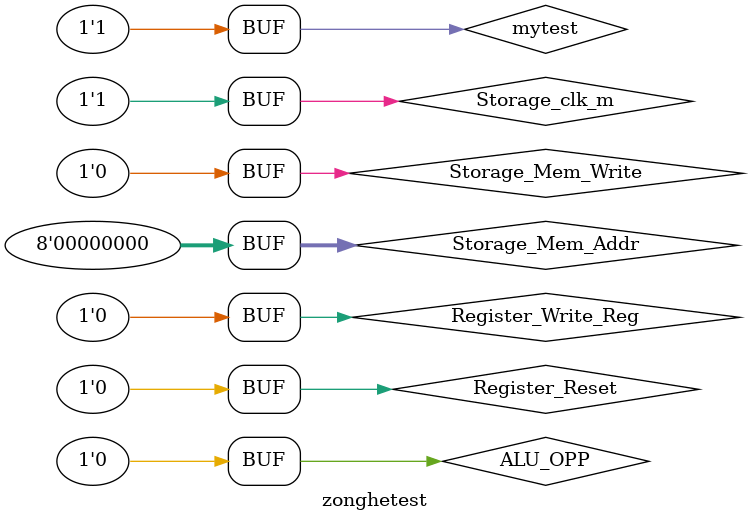
<source format=v>
`timescale 1ns / 1ps


module zonghetest;

	// Inputs
	reg Storage_clk_m;
	reg [7:0] Storage_Mem_Addr;
	reg Storage_Mem_Write;
	reg Register_Write_Reg;
	reg Register_Reset;
	reg ALU_OPP;
	reg mytest;

	// Outputs
	wire [7:0] Storage_LED;
	wire [31:0] Register_Data_A;
	wire [31:0] Register_Data_B;

	// Instantiate the Unit Under Test (UUT)
	experiment5_storage_1_top uut (
		.Storage_clk_m(Storage_clk_m), 
		.Storage_Mem_Addr(Storage_Mem_Addr), 
		.Storage_LED(Storage_LED), 
		.Storage_Mem_Write(Storage_Mem_Write), 
		.Register_Write_Reg(Register_Write_Reg), 
		.Register_Reset(Register_Reset), 
		.Register_Data_A(Register_Data_A), 
		.Register_Data_B(Register_Data_B), 
		.ALU_OPP(ALU_OPP), 
		.mytest(mytest)
	);

	initial begin
		// Initialize Inputs
		Storage_clk_m = 0;
		Storage_Mem_Addr = 0;
		Storage_Mem_Write = 0;
		Register_Write_Reg = 0;
		Register_Reset = 0;
		ALU_OPP = 0;
		mytest = 0;

		// Wait 100 ns for global reset to finish
		#100;
        
		// Add stimulus here
		#100;
		mytest = 1;
		Storage_clk_m = 1;
		
		#100;
		Storage_clk_m = 0;
		mytest = 1;
		
		#100;
		Storage_clk_m = 1;
		
		#100;
		mytest = 0;
		ALU_OPP=3'b001;
		
		#100;
		mytest = 1;
		ALU_OPP = 3'b010;
	end
      
endmodule


</source>
